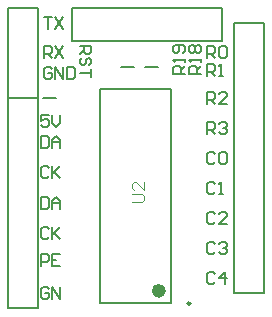
<source format=gto>
G04 Layer_Color=65535*
%FSLAX44Y44*%
%MOMM*%
G71*
G01*
G75*
%ADD13C,0.2000*%
%ADD26C,0.2500*%
%ADD27C,0.6000*%
%ADD28C,0.1778*%
%ADD29C,0.1270*%
%ADD30C,0.1200*%
D13*
X2540Y-78740D02*
Y-2540D01*
Y-78740D02*
X27940D01*
Y-2540D01*
X2540D02*
X27940D01*
X2540Y-256540D02*
X27940D01*
X2540D02*
Y-78740D01*
X27940D01*
Y-256540D02*
Y-78740D01*
X140490Y-251790D02*
Y-70790D01*
X80490Y-251790D02*
Y-70790D01*
Y-251790D02*
X140490D01*
X80490Y-70790D02*
X140490D01*
X32600Y-78740D02*
X43600D01*
X98640Y-52070D02*
X109640D01*
X118960D02*
X129960D01*
X194310Y-243840D02*
X219710D01*
X194310D02*
Y-15240D01*
X219710D01*
Y-243840D02*
Y-15240D01*
D26*
X157240Y-252340D02*
G03*
X157240Y-252340I-1250J0D01*
G01*
D27*
X133490Y-241790D02*
G03*
X133490Y-241790I-3000J0D01*
G01*
D28*
X184150Y-30480D02*
Y-2540D01*
X57150Y-30480D02*
Y-2540D01*
X184150D01*
X57150Y-30480D02*
X184150D01*
D29*
X63500Y-34290D02*
X73497D01*
Y-39288D01*
X71831Y-40954D01*
X68498D01*
X66832Y-39288D01*
Y-34290D01*
Y-37622D02*
X63500Y-40954D01*
X71831Y-50951D02*
X73497Y-49285D01*
Y-45953D01*
X71831Y-44287D01*
X70164D01*
X68498Y-45953D01*
Y-49285D01*
X66832Y-50951D01*
X65166D01*
X63500Y-49285D01*
Y-45953D01*
X65166Y-44287D01*
X73497Y-54284D02*
Y-60948D01*
Y-57616D01*
X63500D01*
X37144Y-240589D02*
X35478Y-238923D01*
X32146D01*
X30480Y-240589D01*
Y-247254D01*
X32146Y-248920D01*
X35478D01*
X37144Y-247254D01*
Y-243922D01*
X33812D01*
X40477Y-248920D02*
Y-238923D01*
X47141Y-248920D01*
Y-238923D01*
X30480Y-220980D02*
Y-210983D01*
X35478D01*
X37144Y-212649D01*
Y-215982D01*
X35478Y-217648D01*
X30480D01*
X47141Y-210983D02*
X40477D01*
Y-220980D01*
X47141D01*
X40477Y-215982D02*
X43809D01*
X37144Y-189789D02*
X35478Y-188123D01*
X32146D01*
X30480Y-189789D01*
Y-196454D01*
X32146Y-198120D01*
X35478D01*
X37144Y-196454D01*
X40477Y-188123D02*
Y-198120D01*
Y-194788D01*
X47141Y-188123D01*
X42143Y-193122D01*
X47141Y-198120D01*
X30480Y-162723D02*
Y-172720D01*
X35478D01*
X37144Y-171054D01*
Y-164389D01*
X35478Y-162723D01*
X30480D01*
X40477Y-172720D02*
Y-166056D01*
X43809Y-162723D01*
X47141Y-166056D01*
Y-172720D01*
Y-167722D01*
X40477D01*
X37144Y-137719D02*
X35478Y-136053D01*
X32146D01*
X30480Y-137719D01*
Y-144384D01*
X32146Y-146050D01*
X35478D01*
X37144Y-144384D01*
X40477Y-136053D02*
Y-146050D01*
Y-142718D01*
X47141Y-136053D01*
X42143Y-141052D01*
X47141Y-146050D01*
X30480Y-110653D02*
Y-120650D01*
X35478D01*
X37144Y-118984D01*
Y-112319D01*
X35478Y-110653D01*
X30480D01*
X40477Y-120650D02*
Y-113986D01*
X43809Y-110653D01*
X47141Y-113986D01*
Y-120650D01*
Y-115652D01*
X40477D01*
X37144Y-92873D02*
X30480D01*
Y-97872D01*
X33812Y-96206D01*
X35478D01*
X37144Y-97872D01*
Y-101204D01*
X35478Y-102870D01*
X32146D01*
X30480Y-101204D01*
X40477Y-92873D02*
Y-99538D01*
X43809Y-102870D01*
X47141Y-99538D01*
Y-92873D01*
X39685Y-53899D02*
X38018Y-52233D01*
X34686D01*
X33020Y-53899D01*
Y-60564D01*
X34686Y-62230D01*
X38018D01*
X39685Y-60564D01*
Y-57232D01*
X36352D01*
X43017Y-62230D02*
Y-52233D01*
X49681Y-62230D01*
Y-52233D01*
X53014D02*
Y-62230D01*
X58012D01*
X59678Y-60564D01*
Y-53899D01*
X58012Y-52233D01*
X53014D01*
X33020Y-44450D02*
Y-34453D01*
X38018D01*
X39685Y-36119D01*
Y-39452D01*
X38018Y-41118D01*
X33020D01*
X36352D02*
X39685Y-44450D01*
X43017Y-34453D02*
X49681Y-44450D01*
Y-34453D02*
X43017Y-44450D01*
X33020Y-10323D02*
X39685D01*
X36352D01*
Y-20320D01*
X43017Y-10323D02*
X49681Y-20320D01*
Y-10323D02*
X43017Y-20320D01*
X178114Y-227889D02*
X176448Y-226223D01*
X173116D01*
X171450Y-227889D01*
Y-234554D01*
X173116Y-236220D01*
X176448D01*
X178114Y-234554D01*
X186445Y-236220D02*
Y-226223D01*
X181447Y-231222D01*
X188111D01*
X178114Y-202489D02*
X176448Y-200823D01*
X173116D01*
X171450Y-202489D01*
Y-209154D01*
X173116Y-210820D01*
X176448D01*
X178114Y-209154D01*
X181447Y-202489D02*
X183113Y-200823D01*
X186445D01*
X188111Y-202489D01*
Y-204156D01*
X186445Y-205822D01*
X184779D01*
X186445D01*
X188111Y-207488D01*
Y-209154D01*
X186445Y-210820D01*
X183113D01*
X181447Y-209154D01*
X178114Y-177089D02*
X176448Y-175423D01*
X173116D01*
X171450Y-177089D01*
Y-183754D01*
X173116Y-185420D01*
X176448D01*
X178114Y-183754D01*
X188111Y-185420D02*
X181447D01*
X188111Y-178755D01*
Y-177089D01*
X186445Y-175423D01*
X183113D01*
X181447Y-177089D01*
X178114Y-151689D02*
X176448Y-150023D01*
X173116D01*
X171450Y-151689D01*
Y-158354D01*
X173116Y-160020D01*
X176448D01*
X178114Y-158354D01*
X181447Y-160020D02*
X184779D01*
X183113D01*
Y-150023D01*
X181447Y-151689D01*
X178114Y-126289D02*
X176448Y-124623D01*
X173116D01*
X171450Y-126289D01*
Y-132954D01*
X173116Y-134620D01*
X176448D01*
X178114Y-132954D01*
X181447Y-126289D02*
X183113Y-124623D01*
X186445D01*
X188111Y-126289D01*
Y-132954D01*
X186445Y-134620D01*
X183113D01*
X181447Y-132954D01*
Y-126289D01*
X171450Y-109220D02*
Y-99223D01*
X176448D01*
X178114Y-100889D01*
Y-104222D01*
X176448Y-105888D01*
X171450D01*
X174782D02*
X178114Y-109220D01*
X181447Y-100889D02*
X183113Y-99223D01*
X186445D01*
X188111Y-100889D01*
Y-102556D01*
X186445Y-104222D01*
X184779D01*
X186445D01*
X188111Y-105888D01*
Y-107554D01*
X186445Y-109220D01*
X183113D01*
X181447Y-107554D01*
X171450Y-83820D02*
Y-73823D01*
X176448D01*
X178114Y-75489D01*
Y-78822D01*
X176448Y-80488D01*
X171450D01*
X174782D02*
X178114Y-83820D01*
X188111D02*
X181447D01*
X188111Y-77155D01*
Y-75489D01*
X186445Y-73823D01*
X183113D01*
X181447Y-75489D01*
X171450Y-59690D02*
Y-49693D01*
X176448D01*
X178114Y-51359D01*
Y-54692D01*
X176448Y-56358D01*
X171450D01*
X174782D02*
X178114Y-59690D01*
X181447D02*
X184779D01*
X183113D01*
Y-49693D01*
X181447Y-51359D01*
X171450Y-44450D02*
Y-34453D01*
X176448D01*
X178114Y-36119D01*
Y-39452D01*
X176448Y-41118D01*
X171450D01*
X174782D02*
X178114Y-44450D01*
X181447Y-36119D02*
X183113Y-34453D01*
X186445D01*
X188111Y-36119D01*
Y-42784D01*
X186445Y-44450D01*
X183113D01*
X181447Y-42784D01*
Y-36119D01*
X152400Y-58420D02*
X142403D01*
Y-53422D01*
X144069Y-51755D01*
X147402D01*
X149068Y-53422D01*
Y-58420D01*
Y-55088D02*
X152400Y-51755D01*
Y-48423D02*
Y-45091D01*
Y-46757D01*
X142403D01*
X144069Y-48423D01*
X150734Y-40093D02*
X152400Y-38426D01*
Y-35094D01*
X150734Y-33428D01*
X144069D01*
X142403Y-35094D01*
Y-38426D01*
X144069Y-40093D01*
X145736D01*
X147402Y-38426D01*
Y-33428D01*
X166370Y-58420D02*
X156373D01*
Y-53422D01*
X158039Y-51755D01*
X161372D01*
X163038Y-53422D01*
Y-58420D01*
Y-55088D02*
X166370Y-51755D01*
Y-48423D02*
Y-45091D01*
Y-46757D01*
X156373D01*
X158039Y-48423D01*
Y-40093D02*
X156373Y-38426D01*
Y-35094D01*
X158039Y-33428D01*
X159705D01*
X161372Y-35094D01*
X163038Y-33428D01*
X164704D01*
X166370Y-35094D01*
Y-38426D01*
X164704Y-40093D01*
X163038D01*
X161372Y-38426D01*
X159705Y-40093D01*
X158039D01*
X161372Y-38426D02*
Y-35094D01*
D30*
X108113Y-166370D02*
X116444D01*
X118110Y-164704D01*
Y-161372D01*
X116444Y-159705D01*
X108113D01*
X118110Y-149709D02*
Y-156373D01*
X111446Y-149709D01*
X109779D01*
X108113Y-151375D01*
Y-154707D01*
X109779Y-156373D01*
M02*

</source>
